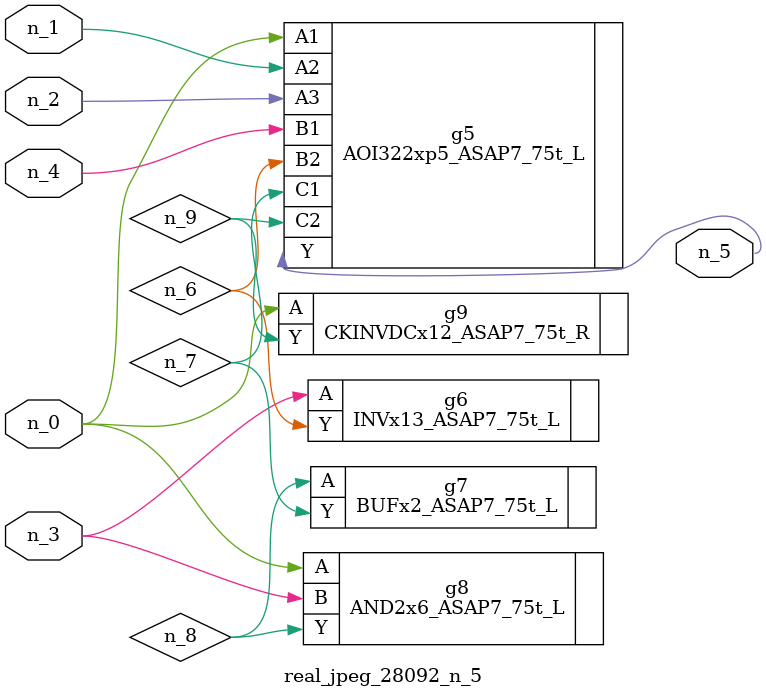
<source format=v>
module real_jpeg_28092_n_5 (n_4, n_0, n_1, n_2, n_3, n_5);

input n_4;
input n_0;
input n_1;
input n_2;
input n_3;

output n_5;

wire n_8;
wire n_6;
wire n_7;
wire n_9;

AOI322xp5_ASAP7_75t_L g5 ( 
.A1(n_0),
.A2(n_1),
.A3(n_2),
.B1(n_4),
.B2(n_6),
.C1(n_7),
.C2(n_9),
.Y(n_5)
);

AND2x6_ASAP7_75t_L g8 ( 
.A(n_0),
.B(n_3),
.Y(n_8)
);

CKINVDCx12_ASAP7_75t_R g9 ( 
.A(n_0),
.Y(n_9)
);

INVx13_ASAP7_75t_L g6 ( 
.A(n_3),
.Y(n_6)
);

BUFx2_ASAP7_75t_L g7 ( 
.A(n_8),
.Y(n_7)
);


endmodule
</source>
